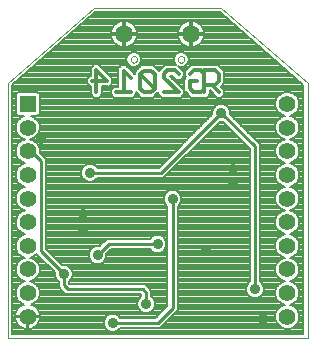
<source format=gbl>
G75*
G70*
%OFA0B0*%
%FSLAX24Y24*%
%IPPOS*%
%LPD*%
%AMOC8*
5,1,8,0,0,1.08239X$1,22.5*
%
%ADD10C,0.0000*%
%ADD11C,0.0560*%
%ADD12R,0.0560X0.0560*%
%ADD13C,0.0594*%
%ADD14C,0.0120*%
%ADD15C,0.0080*%
%ADD16C,0.0357*%
%ADD17C,0.0100*%
D10*
X000645Y000524D02*
X000645Y009019D01*
X003520Y011524D01*
X007770Y011524D01*
X010645Y009019D01*
X010645Y000524D01*
X000645Y000524D01*
X004750Y009803D02*
X004752Y009823D01*
X004758Y009843D01*
X004767Y009861D01*
X004780Y009878D01*
X004795Y009891D01*
X004813Y009901D01*
X004833Y009908D01*
X004853Y009911D01*
X004873Y009910D01*
X004893Y009905D01*
X004912Y009897D01*
X004929Y009885D01*
X004943Y009870D01*
X004954Y009852D01*
X004962Y009833D01*
X004966Y009813D01*
X004966Y009793D01*
X004962Y009773D01*
X004954Y009754D01*
X004943Y009736D01*
X004929Y009721D01*
X004912Y009709D01*
X004893Y009701D01*
X004873Y009696D01*
X004853Y009695D01*
X004833Y009698D01*
X004813Y009705D01*
X004795Y009715D01*
X004780Y009728D01*
X004767Y009745D01*
X004758Y009763D01*
X004752Y009783D01*
X004750Y009803D01*
X006324Y009803D02*
X006326Y009823D01*
X006332Y009843D01*
X006341Y009861D01*
X006354Y009878D01*
X006369Y009891D01*
X006387Y009901D01*
X006407Y009908D01*
X006427Y009911D01*
X006447Y009910D01*
X006467Y009905D01*
X006486Y009897D01*
X006503Y009885D01*
X006517Y009870D01*
X006528Y009852D01*
X006536Y009833D01*
X006540Y009813D01*
X006540Y009793D01*
X006536Y009773D01*
X006528Y009754D01*
X006517Y009736D01*
X006503Y009721D01*
X006486Y009709D01*
X006467Y009701D01*
X006447Y009696D01*
X006427Y009695D01*
X006407Y009698D01*
X006387Y009705D01*
X006369Y009715D01*
X006354Y009728D01*
X006341Y009745D01*
X006332Y009763D01*
X006326Y009783D01*
X006324Y009803D01*
D11*
X009976Y008314D03*
X009976Y007527D03*
X009976Y006740D03*
X009976Y005952D03*
X009976Y005165D03*
X009976Y004377D03*
X009976Y003590D03*
X009976Y002803D03*
X009976Y002015D03*
X009976Y001228D03*
X001314Y001228D03*
X001314Y002015D03*
X001314Y002803D03*
X001314Y003590D03*
X001314Y004377D03*
X001314Y005165D03*
X001314Y005952D03*
X001314Y006740D03*
X001314Y007527D03*
D12*
X001314Y008314D03*
D13*
X004533Y010649D03*
X006757Y010649D03*
D14*
X006845Y009449D02*
X006725Y009329D01*
X006845Y009449D02*
X007085Y009449D01*
X007205Y009329D01*
X007205Y009449D01*
X007575Y009449D01*
X007695Y009329D01*
X007695Y009079D01*
X007575Y008959D01*
X007455Y008959D01*
X007695Y008709D01*
X007455Y008959D02*
X007205Y008959D01*
X007205Y009329D01*
X006965Y009079D02*
X006715Y009079D01*
X006715Y008839D01*
X006835Y008709D01*
X007085Y008709D01*
X007205Y008829D01*
X007205Y008709D01*
X007205Y008829D02*
X007205Y008959D01*
X006345Y008709D02*
X005855Y009189D01*
X005855Y009309D01*
X005855Y009319D02*
X005975Y009439D01*
X006215Y009439D01*
X006345Y009309D01*
X006345Y008709D02*
X005855Y008709D01*
X005545Y008829D02*
X005425Y008709D01*
X005185Y008709D01*
X005065Y008829D01*
X005065Y009309D01*
X005185Y009429D01*
X005425Y009429D01*
X005545Y009309D01*
X005545Y008829D01*
X005075Y009309D01*
X004755Y009187D02*
X004513Y009429D01*
X004513Y009422D02*
X004513Y008717D01*
X004273Y008709D02*
X004758Y008709D01*
X003963Y009079D02*
X003605Y009454D01*
X003605Y008709D01*
X003473Y009079D02*
X003963Y009079D01*
D15*
X004143Y009076D02*
X004143Y009005D01*
X004141Y009003D01*
X004141Y009000D01*
X004088Y008950D01*
X004037Y008899D01*
X004035Y008899D01*
X004033Y008897D01*
X003960Y008899D01*
X003785Y008899D01*
X003785Y008635D01*
X003680Y008529D01*
X003530Y008529D01*
X003425Y008635D01*
X003425Y008899D01*
X003398Y008899D01*
X003293Y009005D01*
X003293Y009154D01*
X003398Y009259D01*
X003425Y009259D01*
X003425Y009382D01*
X003423Y009384D01*
X003425Y009457D01*
X003425Y009529D01*
X003427Y009530D01*
X003427Y009533D01*
X003480Y009584D01*
X003530Y009634D01*
X003533Y009634D01*
X003535Y009636D01*
X003608Y009634D01*
X003680Y009634D01*
X003681Y009632D01*
X003684Y009632D01*
X003735Y009579D01*
X003785Y009529D01*
X003785Y009526D01*
X004092Y009204D01*
X004143Y009154D01*
X004143Y009151D01*
X004144Y009149D01*
X004143Y009076D01*
X004143Y009085D02*
X004333Y009085D01*
X004333Y009007D02*
X004143Y009007D01*
X004066Y008928D02*
X004333Y008928D01*
X004333Y008889D02*
X004198Y008889D01*
X004093Y008784D01*
X004093Y008635D01*
X004198Y008529D01*
X004832Y008529D01*
X004938Y008635D01*
X004938Y008702D01*
X004990Y008649D01*
X005110Y008529D01*
X005260Y008529D01*
X005500Y008529D01*
X005605Y008635D01*
X005671Y008701D01*
X005675Y008705D01*
X005675Y008635D01*
X005780Y008529D01*
X006272Y008529D01*
X006272Y008528D01*
X006345Y008529D01*
X006420Y008529D01*
X006420Y008530D01*
X006421Y008530D01*
X006473Y008582D01*
X006525Y008635D01*
X006525Y008636D01*
X006526Y008636D01*
X006525Y008709D01*
X006525Y008784D01*
X006524Y008784D01*
X006524Y008785D01*
X006472Y008837D01*
X006420Y008889D01*
X006418Y008889D01*
X006045Y009255D01*
X006050Y009259D01*
X006140Y009259D01*
X006270Y009129D01*
X006420Y009129D01*
X006525Y009235D01*
X006525Y009384D01*
X006395Y009514D01*
X006334Y009575D01*
X006383Y009554D01*
X006482Y009554D01*
X006573Y009592D01*
X006643Y009662D01*
X006681Y009753D01*
X006681Y009852D01*
X006643Y009943D01*
X006573Y010013D01*
X006482Y010051D01*
X006383Y010051D01*
X006292Y010013D01*
X006222Y009943D01*
X006184Y009852D01*
X006184Y009753D01*
X006222Y009662D01*
X006265Y009619D01*
X006050Y009619D01*
X005900Y009619D01*
X005695Y009414D01*
X005500Y009609D01*
X005350Y009609D01*
X005110Y009609D01*
X005005Y009504D01*
X004885Y009384D01*
X004885Y009311D01*
X004587Y009609D01*
X004438Y009609D01*
X004333Y009504D01*
X004333Y009496D01*
X004333Y008889D01*
X004159Y008850D02*
X003785Y008850D01*
X003785Y008771D02*
X004093Y008771D01*
X004093Y008693D02*
X003785Y008693D01*
X003765Y008614D02*
X004113Y008614D01*
X004192Y008536D02*
X003686Y008536D01*
X003524Y008536D02*
X001714Y008536D01*
X001714Y008614D02*
X003446Y008614D01*
X003425Y008693D02*
X001666Y008693D01*
X001644Y008714D02*
X000985Y008714D01*
X000914Y008644D01*
X000914Y007985D01*
X000985Y007914D01*
X001204Y007914D01*
X001088Y007866D01*
X000975Y007754D01*
X000914Y007607D01*
X000914Y007447D01*
X000975Y007300D01*
X001088Y007188D01*
X001220Y007133D01*
X001088Y007079D01*
X000975Y006966D01*
X000914Y006819D01*
X000914Y006660D01*
X000975Y006513D01*
X001088Y006401D01*
X001220Y006346D01*
X001088Y006291D01*
X000975Y006179D01*
X000914Y006032D01*
X000914Y005873D01*
X000975Y005726D01*
X001088Y005613D01*
X001220Y005559D01*
X001088Y005504D01*
X000975Y005391D01*
X000914Y005244D01*
X000914Y005085D01*
X000975Y004938D01*
X001088Y004826D01*
X001220Y004771D01*
X001088Y004716D01*
X000975Y004604D01*
X000914Y004457D01*
X000914Y004298D01*
X000975Y004151D01*
X001088Y004038D01*
X001220Y003984D01*
X001088Y003929D01*
X000975Y003817D01*
X000914Y003670D01*
X000914Y003510D01*
X000975Y003363D01*
X001088Y003251D01*
X001220Y003196D01*
X001088Y003142D01*
X000975Y003029D01*
X000914Y002882D01*
X000914Y002723D01*
X000975Y002576D01*
X001088Y002464D01*
X001220Y002409D01*
X001088Y002354D01*
X000975Y002242D01*
X000914Y002095D01*
X000914Y001936D01*
X000975Y001789D01*
X001088Y001676D01*
X001196Y001631D01*
X001153Y001617D01*
X001094Y001587D01*
X001041Y001548D01*
X000994Y001501D01*
X000955Y001448D01*
X000925Y001389D01*
X000905Y001326D01*
X000894Y001261D01*
X000894Y001257D01*
X001285Y001257D01*
X001285Y001199D01*
X000894Y001199D01*
X000894Y001195D01*
X000905Y001129D01*
X000925Y001067D01*
X000955Y001008D01*
X000994Y000954D01*
X001041Y000907D01*
X001094Y000869D01*
X001153Y000839D01*
X001216Y000818D01*
X001281Y000808D01*
X001285Y000808D01*
X001285Y001199D01*
X001343Y001199D01*
X001343Y000808D01*
X001347Y000808D01*
X001413Y000818D01*
X001476Y000839D01*
X001534Y000869D01*
X001588Y000907D01*
X001635Y000954D01*
X001674Y001008D01*
X001704Y001067D01*
X001724Y001129D01*
X001734Y001195D01*
X001734Y001199D01*
X001343Y001199D01*
X001343Y001257D01*
X001734Y001257D01*
X001734Y001261D01*
X001724Y001326D01*
X001704Y001389D01*
X001674Y001448D01*
X001635Y001501D01*
X001588Y001548D01*
X001534Y001587D01*
X001476Y001617D01*
X001432Y001631D01*
X001541Y001676D01*
X001653Y001789D01*
X001714Y001936D01*
X001714Y002095D01*
X002459Y002095D01*
X002475Y002079D02*
X002575Y001979D01*
X005075Y001979D01*
X005100Y001954D01*
X005100Y001901D01*
X005017Y001818D01*
X004972Y001708D01*
X004972Y001590D01*
X005017Y001480D01*
X005101Y001396D01*
X005211Y001351D01*
X005329Y001351D01*
X005439Y001396D01*
X005523Y001480D01*
X005568Y001590D01*
X005568Y001708D01*
X005523Y001818D01*
X005440Y001901D01*
X005440Y001954D01*
X005440Y002094D01*
X005315Y002219D01*
X005215Y002319D01*
X002715Y002319D01*
X002690Y002344D01*
X002690Y002397D01*
X002773Y002480D01*
X002818Y002590D01*
X002818Y002708D01*
X002773Y002818D01*
X002689Y002902D01*
X002579Y002947D01*
X002462Y002947D01*
X001940Y003469D01*
X001940Y006469D01*
X001840Y006569D01*
X001714Y006695D01*
X001714Y006819D01*
X001653Y006966D01*
X001541Y007079D01*
X001409Y007133D01*
X001541Y007188D01*
X001653Y007300D01*
X001714Y007447D01*
X001714Y007607D01*
X001653Y007754D01*
X001541Y007866D01*
X001424Y007914D01*
X001644Y007914D01*
X001714Y007985D01*
X001714Y008644D01*
X001644Y008714D01*
X001714Y008457D02*
X009602Y008457D01*
X009576Y008394D02*
X009637Y008541D01*
X009749Y008654D01*
X009896Y008714D01*
X010055Y008714D01*
X010202Y008654D01*
X010315Y008541D01*
X010376Y008394D01*
X010376Y008235D01*
X010315Y008088D01*
X010202Y007975D01*
X010070Y007921D01*
X010202Y007866D01*
X010315Y007754D01*
X010376Y007607D01*
X010376Y007447D01*
X010315Y007300D01*
X010202Y007188D01*
X010070Y007133D01*
X010202Y007079D01*
X010315Y006966D01*
X010376Y006819D01*
X010376Y006660D01*
X010315Y006513D01*
X010202Y006401D01*
X010070Y006346D01*
X010202Y006291D01*
X010315Y006179D01*
X010376Y006032D01*
X010376Y005873D01*
X010315Y005726D01*
X010202Y005613D01*
X010070Y005559D01*
X010202Y005504D01*
X010315Y005391D01*
X010376Y005244D01*
X010376Y005085D01*
X010315Y004938D01*
X010202Y004826D01*
X010070Y004771D01*
X010202Y004716D01*
X010315Y004604D01*
X010376Y004457D01*
X010376Y004298D01*
X010315Y004151D01*
X010202Y004038D01*
X010070Y003984D01*
X010202Y003929D01*
X010315Y003817D01*
X010376Y003670D01*
X010376Y003510D01*
X010315Y003363D01*
X010202Y003251D01*
X010070Y003196D01*
X010202Y003142D01*
X010315Y003029D01*
X010376Y002882D01*
X010376Y002723D01*
X010315Y002576D01*
X010202Y002464D01*
X010070Y002409D01*
X010202Y002354D01*
X010315Y002242D01*
X010376Y002095D01*
X010505Y002095D01*
X010505Y002174D02*
X010343Y002174D01*
X010376Y002095D02*
X010376Y001936D01*
X010315Y001789D01*
X010202Y001676D01*
X010070Y001621D01*
X010202Y001567D01*
X010315Y001454D01*
X010376Y001307D01*
X010376Y001148D01*
X010315Y001001D01*
X010202Y000889D01*
X010055Y000828D01*
X009896Y000828D01*
X009749Y000889D01*
X009637Y001001D01*
X009576Y001148D01*
X009576Y001307D01*
X009637Y001454D01*
X009749Y001567D01*
X009881Y001621D01*
X009749Y001676D01*
X009637Y001789D01*
X009576Y001936D01*
X009576Y002095D01*
X009193Y002095D01*
X009193Y002090D02*
X009193Y002208D01*
X009148Y002318D01*
X009065Y002401D01*
X009065Y006829D01*
X009065Y006969D01*
X008068Y007966D01*
X008068Y008083D01*
X008023Y008193D01*
X007939Y008277D01*
X007829Y008322D01*
X007711Y008322D01*
X007601Y008277D01*
X007517Y008193D01*
X007472Y008083D01*
X007472Y007966D01*
X005700Y006194D01*
X003647Y006194D01*
X003564Y006277D01*
X003454Y006322D01*
X003336Y006322D01*
X003226Y006277D01*
X003142Y006193D01*
X003097Y006083D01*
X003097Y005965D01*
X003142Y005855D01*
X003226Y005771D01*
X003336Y005726D01*
X003454Y005726D01*
X003564Y005771D01*
X003647Y005854D01*
X005700Y005854D01*
X005840Y005854D01*
X007712Y007726D01*
X007828Y007726D01*
X008725Y006829D01*
X008725Y002401D01*
X008642Y002318D01*
X008597Y002208D01*
X008597Y002090D01*
X008642Y001980D01*
X008726Y001896D01*
X008836Y001851D01*
X008954Y001851D01*
X009064Y001896D01*
X009148Y001980D01*
X009193Y002090D01*
X009163Y002016D02*
X009576Y002016D01*
X009576Y001938D02*
X009106Y001938D01*
X008975Y001859D02*
X009607Y001859D01*
X009644Y001781D02*
X006315Y001781D01*
X006315Y001859D02*
X008815Y001859D01*
X008684Y001938D02*
X006315Y001938D01*
X006315Y002016D02*
X008627Y002016D01*
X008597Y002095D02*
X006315Y002095D01*
X006315Y002174D02*
X008597Y002174D01*
X008615Y002252D02*
X006315Y002252D01*
X006315Y002331D02*
X008655Y002331D01*
X008725Y002409D02*
X006315Y002409D01*
X006315Y002488D02*
X008725Y002488D01*
X008725Y002566D02*
X006315Y002566D01*
X006315Y002645D02*
X008725Y002645D01*
X008725Y002723D02*
X006315Y002723D01*
X006315Y002802D02*
X008725Y002802D01*
X008725Y002880D02*
X006315Y002880D01*
X006315Y002959D02*
X008725Y002959D01*
X008725Y003037D02*
X006315Y003037D01*
X006315Y003116D02*
X008725Y003116D01*
X008725Y003195D02*
X006315Y003195D01*
X006315Y003273D02*
X008725Y003273D01*
X008725Y003352D02*
X006315Y003352D01*
X006315Y003430D02*
X008725Y003430D01*
X008725Y003509D02*
X006315Y003509D01*
X006315Y003587D02*
X008725Y003587D01*
X008725Y003666D02*
X006315Y003666D01*
X006315Y003744D02*
X008725Y003744D01*
X008725Y003823D02*
X006315Y003823D01*
X006315Y003901D02*
X008725Y003901D01*
X008725Y003980D02*
X006315Y003980D01*
X006315Y004059D02*
X008725Y004059D01*
X008725Y004137D02*
X006315Y004137D01*
X006315Y004216D02*
X008725Y004216D01*
X008725Y004294D02*
X006315Y004294D01*
X006315Y004373D02*
X008725Y004373D01*
X008725Y004451D02*
X006315Y004451D01*
X006315Y004530D02*
X008725Y004530D01*
X008725Y004608D02*
X006315Y004608D01*
X006315Y004687D02*
X008725Y004687D01*
X008725Y004765D02*
X006315Y004765D01*
X006315Y004844D02*
X008725Y004844D01*
X008725Y004923D02*
X006340Y004923D01*
X006315Y004897D02*
X006398Y004980D01*
X006443Y005090D01*
X006443Y005208D01*
X006398Y005318D01*
X006314Y005402D01*
X006204Y005447D01*
X006086Y005447D01*
X005976Y005402D01*
X005892Y005318D01*
X005847Y005208D01*
X005847Y005090D01*
X005892Y004980D01*
X005975Y004897D01*
X005975Y001594D01*
X005575Y001194D01*
X004397Y001194D01*
X004314Y001277D01*
X004204Y001322D01*
X004086Y001322D01*
X003976Y001277D01*
X003892Y001193D01*
X003847Y001083D01*
X003847Y000965D01*
X003892Y000855D01*
X003976Y000771D01*
X004086Y000726D01*
X004204Y000726D01*
X004314Y000771D01*
X004397Y000854D01*
X005715Y000854D01*
X005815Y000954D01*
X006315Y001454D01*
X006315Y001594D01*
X006315Y004897D01*
X006407Y005001D02*
X008725Y005001D01*
X008725Y005080D02*
X006439Y005080D01*
X006443Y005158D02*
X008725Y005158D01*
X008725Y005237D02*
X006432Y005237D01*
X006399Y005315D02*
X008725Y005315D01*
X008725Y005394D02*
X006322Y005394D01*
X005968Y005394D02*
X001940Y005394D01*
X001940Y005472D02*
X008725Y005472D01*
X008725Y005551D02*
X001940Y005551D01*
X001940Y005629D02*
X008725Y005629D01*
X008725Y005708D02*
X001940Y005708D01*
X001940Y005786D02*
X003211Y005786D01*
X003138Y005865D02*
X001940Y005865D01*
X001940Y005944D02*
X003105Y005944D01*
X003097Y006022D02*
X001940Y006022D01*
X001940Y006101D02*
X003104Y006101D01*
X003136Y006179D02*
X001940Y006179D01*
X001940Y006258D02*
X003207Y006258D01*
X003583Y006258D02*
X005763Y006258D01*
X005842Y006336D02*
X001940Y006336D01*
X001940Y006415D02*
X005920Y006415D01*
X005999Y006493D02*
X001916Y006493D01*
X001838Y006572D02*
X006077Y006572D01*
X006156Y006650D02*
X001759Y006650D01*
X001714Y006729D02*
X006235Y006729D01*
X006313Y006808D02*
X001714Y006808D01*
X001687Y006886D02*
X006392Y006886D01*
X006470Y006965D02*
X001654Y006965D01*
X001576Y007043D02*
X006549Y007043D01*
X006627Y007122D02*
X001437Y007122D01*
X001553Y007200D02*
X006706Y007200D01*
X006784Y007279D02*
X001632Y007279D01*
X001677Y007357D02*
X006863Y007357D01*
X006941Y007436D02*
X001709Y007436D01*
X001714Y007514D02*
X007020Y007514D01*
X007099Y007593D02*
X001714Y007593D01*
X001687Y007672D02*
X007177Y007672D01*
X007256Y007750D02*
X001655Y007750D01*
X001578Y007829D02*
X007334Y007829D01*
X007413Y007907D02*
X001442Y007907D01*
X001187Y007907D02*
X000785Y007907D01*
X000785Y007829D02*
X001050Y007829D01*
X000974Y007750D02*
X000785Y007750D01*
X000785Y007672D02*
X000941Y007672D01*
X000914Y007593D02*
X000785Y007593D01*
X000785Y007514D02*
X000914Y007514D01*
X000919Y007436D02*
X000785Y007436D01*
X000785Y007357D02*
X000952Y007357D01*
X000997Y007279D02*
X000785Y007279D01*
X000785Y007200D02*
X001075Y007200D01*
X001192Y007122D02*
X000785Y007122D01*
X000785Y007043D02*
X001052Y007043D01*
X000975Y006965D02*
X000785Y006965D01*
X000785Y006886D02*
X000942Y006886D01*
X000914Y006808D02*
X000785Y006808D01*
X000785Y006729D02*
X000914Y006729D01*
X000918Y006650D02*
X000785Y006650D01*
X000785Y006572D02*
X000951Y006572D01*
X000995Y006493D02*
X000785Y006493D01*
X000785Y006415D02*
X001073Y006415D01*
X001196Y006336D02*
X000785Y006336D01*
X000785Y006258D02*
X001054Y006258D01*
X000976Y006179D02*
X000785Y006179D01*
X000785Y006101D02*
X000943Y006101D01*
X000914Y006022D02*
X000785Y006022D01*
X000785Y005944D02*
X000914Y005944D01*
X000917Y005865D02*
X000785Y005865D01*
X000785Y005786D02*
X000950Y005786D01*
X000993Y005708D02*
X000785Y005708D01*
X000785Y005629D02*
X001071Y005629D01*
X001201Y005551D02*
X000785Y005551D01*
X000785Y005472D02*
X001056Y005472D01*
X000978Y005394D02*
X000785Y005394D01*
X000785Y005315D02*
X000944Y005315D01*
X000914Y005237D02*
X000785Y005237D01*
X000785Y005158D02*
X000914Y005158D01*
X000917Y005080D02*
X000785Y005080D01*
X000785Y005001D02*
X000949Y005001D01*
X000991Y004923D02*
X000785Y004923D01*
X000785Y004844D02*
X001069Y004844D01*
X001058Y004687D02*
X000785Y004687D01*
X000785Y004765D02*
X001206Y004765D01*
X000980Y004608D02*
X000785Y004608D01*
X000785Y004530D02*
X000945Y004530D01*
X000914Y004451D02*
X000785Y004451D01*
X000785Y004373D02*
X000914Y004373D01*
X000916Y004294D02*
X000785Y004294D01*
X000785Y004216D02*
X000948Y004216D01*
X000989Y004137D02*
X000785Y004137D01*
X000785Y004059D02*
X001068Y004059D01*
X001211Y003980D02*
X000785Y003980D01*
X000785Y003901D02*
X001060Y003901D01*
X000982Y003823D02*
X000785Y003823D01*
X000785Y003744D02*
X000945Y003744D01*
X000914Y003666D02*
X000785Y003666D01*
X000785Y003587D02*
X000914Y003587D01*
X000915Y003509D02*
X000785Y003509D01*
X000785Y003430D02*
X000948Y003430D01*
X000987Y003352D02*
X000785Y003352D01*
X000785Y003273D02*
X001066Y003273D01*
X001062Y003116D02*
X000785Y003116D01*
X000785Y003037D02*
X000984Y003037D01*
X000946Y002959D02*
X000785Y002959D01*
X000785Y002880D02*
X000914Y002880D01*
X000914Y002802D02*
X000785Y002802D01*
X000785Y002723D02*
X000914Y002723D01*
X000947Y002645D02*
X000785Y002645D01*
X000785Y002566D02*
X000985Y002566D01*
X001064Y002488D02*
X000785Y002488D01*
X000785Y002409D02*
X001219Y002409D01*
X001064Y002331D02*
X000785Y002331D01*
X000785Y002252D02*
X000985Y002252D01*
X000947Y002174D02*
X000785Y002174D01*
X000785Y002095D02*
X000914Y002095D01*
X000914Y002016D02*
X000785Y002016D01*
X000785Y001938D02*
X000914Y001938D01*
X000946Y001859D02*
X000785Y001859D01*
X000785Y001781D02*
X000983Y001781D01*
X001062Y001702D02*
X000785Y001702D01*
X000785Y001624D02*
X001174Y001624D01*
X001038Y001545D02*
X000785Y001545D01*
X000785Y001467D02*
X000969Y001467D01*
X000925Y001388D02*
X000785Y001388D01*
X000785Y001310D02*
X000902Y001310D01*
X000785Y001231D02*
X001285Y001231D01*
X001343Y001231D02*
X003930Y001231D01*
X003875Y001152D02*
X001728Y001152D01*
X001706Y001074D02*
X003847Y001074D01*
X003847Y000995D02*
X001665Y000995D01*
X001597Y000917D02*
X003866Y000917D01*
X003909Y000838D02*
X001474Y000838D01*
X001343Y000838D02*
X001285Y000838D01*
X001285Y000917D02*
X001343Y000917D01*
X001343Y000995D02*
X001285Y000995D01*
X001285Y001074D02*
X001343Y001074D01*
X001343Y001152D02*
X001285Y001152D01*
X001154Y000838D02*
X000785Y000838D01*
X000785Y000760D02*
X004003Y000760D01*
X004287Y000760D02*
X010505Y000760D01*
X010505Y000838D02*
X010080Y000838D01*
X010230Y000917D02*
X010505Y000917D01*
X010505Y000995D02*
X010309Y000995D01*
X010345Y001074D02*
X010505Y001074D01*
X010505Y001152D02*
X010376Y001152D01*
X010376Y001231D02*
X010505Y001231D01*
X010505Y001310D02*
X010375Y001310D01*
X010342Y001388D02*
X010505Y001388D01*
X010505Y001467D02*
X010303Y001467D01*
X010224Y001545D02*
X010505Y001545D01*
X010505Y001624D02*
X010076Y001624D01*
X010228Y001702D02*
X010505Y001702D01*
X010505Y001781D02*
X010307Y001781D01*
X010344Y001859D02*
X010505Y001859D01*
X010505Y001938D02*
X010376Y001938D01*
X010376Y002016D02*
X010505Y002016D01*
X010505Y002252D02*
X010305Y002252D01*
X010226Y002331D02*
X010505Y002331D01*
X010505Y002409D02*
X010071Y002409D01*
X010226Y002488D02*
X010505Y002488D01*
X010505Y002566D02*
X010305Y002566D01*
X010343Y002645D02*
X010505Y002645D01*
X010505Y002723D02*
X010376Y002723D01*
X010376Y002802D02*
X010505Y002802D01*
X010505Y002880D02*
X010376Y002880D01*
X010344Y002959D02*
X010505Y002959D01*
X010505Y003037D02*
X010307Y003037D01*
X010228Y003116D02*
X010505Y003116D01*
X010505Y003195D02*
X010075Y003195D01*
X010224Y003273D02*
X010505Y003273D01*
X010505Y003352D02*
X010303Y003352D01*
X010342Y003430D02*
X010505Y003430D01*
X010505Y003509D02*
X010375Y003509D01*
X010376Y003587D02*
X010505Y003587D01*
X010505Y003666D02*
X010376Y003666D01*
X010345Y003744D02*
X010505Y003744D01*
X010505Y003823D02*
X010309Y003823D01*
X010230Y003901D02*
X010505Y003901D01*
X010505Y003980D02*
X010079Y003980D01*
X010223Y004059D02*
X010505Y004059D01*
X010505Y004137D02*
X010301Y004137D01*
X010342Y004216D02*
X010505Y004216D01*
X010505Y004294D02*
X010374Y004294D01*
X010376Y004373D02*
X010505Y004373D01*
X010505Y004451D02*
X010376Y004451D01*
X010346Y004530D02*
X010505Y004530D01*
X010505Y004608D02*
X010310Y004608D01*
X010232Y004687D02*
X010505Y004687D01*
X010505Y004765D02*
X010084Y004765D01*
X010221Y004844D02*
X010505Y004844D01*
X010505Y004923D02*
X010299Y004923D01*
X010341Y005001D02*
X010505Y005001D01*
X010505Y005080D02*
X010373Y005080D01*
X010376Y005158D02*
X010505Y005158D01*
X010505Y005237D02*
X010376Y005237D01*
X010346Y005315D02*
X010505Y005315D01*
X010505Y005394D02*
X010312Y005394D01*
X010234Y005472D02*
X010505Y005472D01*
X010505Y005551D02*
X010089Y005551D01*
X010219Y005629D02*
X010505Y005629D01*
X010505Y005708D02*
X010297Y005708D01*
X010340Y005786D02*
X010505Y005786D01*
X010505Y005865D02*
X010373Y005865D01*
X010376Y005944D02*
X010505Y005944D01*
X010505Y006022D02*
X010376Y006022D01*
X010347Y006101D02*
X010505Y006101D01*
X010505Y006179D02*
X010314Y006179D01*
X010236Y006258D02*
X010505Y006258D01*
X010505Y006336D02*
X010094Y006336D01*
X010217Y006415D02*
X010505Y006415D01*
X010505Y006493D02*
X010295Y006493D01*
X010339Y006572D02*
X010505Y006572D01*
X010505Y006650D02*
X010372Y006650D01*
X010376Y006729D02*
X010505Y006729D01*
X010505Y006808D02*
X010376Y006808D01*
X010348Y006886D02*
X010505Y006886D01*
X010505Y006965D02*
X010315Y006965D01*
X010238Y007043D02*
X010505Y007043D01*
X010505Y007122D02*
X010098Y007122D01*
X010215Y007200D02*
X010505Y007200D01*
X010505Y007279D02*
X010293Y007279D01*
X010338Y007357D02*
X010505Y007357D01*
X010505Y007436D02*
X010371Y007436D01*
X010376Y007514D02*
X010505Y007514D01*
X010505Y007593D02*
X010376Y007593D01*
X010349Y007672D02*
X010505Y007672D01*
X010505Y007750D02*
X010316Y007750D01*
X010240Y007829D02*
X010505Y007829D01*
X010505Y007907D02*
X010103Y007907D01*
X010213Y007986D02*
X010505Y007986D01*
X010505Y008064D02*
X010291Y008064D01*
X010338Y008143D02*
X010505Y008143D01*
X010505Y008221D02*
X010370Y008221D01*
X010376Y008300D02*
X010505Y008300D01*
X010505Y008378D02*
X010376Y008378D01*
X010350Y008457D02*
X010505Y008457D01*
X010505Y008536D02*
X010317Y008536D01*
X010242Y008614D02*
X010505Y008614D01*
X010505Y008693D02*
X010108Y008693D01*
X009844Y008693D02*
X007875Y008693D01*
X007873Y008631D02*
X007876Y008780D01*
X007766Y008895D01*
X007875Y009005D01*
X007875Y009154D01*
X007875Y009404D01*
X007770Y009509D01*
X007650Y009629D01*
X007500Y009629D01*
X007130Y009629D01*
X006920Y009629D01*
X006770Y009629D01*
X006545Y009404D01*
X006545Y009255D01*
X006591Y009209D01*
X006535Y009154D01*
X006535Y008843D01*
X006532Y008772D01*
X006535Y008769D01*
X006535Y008765D01*
X006585Y008715D01*
X006655Y008639D01*
X006655Y008635D01*
X006705Y008585D01*
X006753Y008532D01*
X006758Y008532D01*
X006760Y008529D01*
X006831Y008529D01*
X006902Y008526D01*
X006905Y008529D01*
X007010Y008529D01*
X007130Y008529D01*
X007280Y008529D01*
X007385Y008635D01*
X007385Y008772D01*
X007617Y008531D01*
X007766Y008528D01*
X007873Y008631D01*
X007856Y008614D02*
X009710Y008614D01*
X009634Y008536D02*
X007774Y008536D01*
X007612Y008536D02*
X007286Y008536D01*
X007365Y008614D02*
X007537Y008614D01*
X007461Y008693D02*
X007385Y008693D01*
X007385Y008771D02*
X007386Y008771D01*
X007810Y008850D02*
X010505Y008850D01*
X010505Y008928D02*
X007799Y008928D01*
X007875Y009007D02*
X010446Y009007D01*
X010505Y008955D02*
X010505Y000664D01*
X000785Y000664D01*
X000785Y008955D01*
X003572Y011384D01*
X007718Y011384D01*
X010505Y008955D01*
X010505Y008771D02*
X007876Y008771D01*
X007875Y009085D02*
X010356Y009085D01*
X010266Y009164D02*
X007875Y009164D01*
X007875Y009242D02*
X010176Y009242D01*
X010086Y009321D02*
X007875Y009321D01*
X007875Y009399D02*
X009995Y009399D01*
X009905Y009478D02*
X007801Y009478D01*
X007722Y009557D02*
X009815Y009557D01*
X009725Y009635D02*
X006616Y009635D01*
X006664Y009714D02*
X009635Y009714D01*
X009545Y009792D02*
X006681Y009792D01*
X006673Y009871D02*
X009455Y009871D01*
X009364Y009949D02*
X006637Y009949D01*
X006537Y010028D02*
X009274Y010028D01*
X009184Y010106D02*
X002106Y010106D01*
X002016Y010028D02*
X004753Y010028D01*
X004717Y010013D02*
X004808Y010051D01*
X004907Y010051D01*
X004998Y010013D01*
X005068Y009943D01*
X005106Y009852D01*
X005106Y009753D01*
X005068Y009662D01*
X004998Y009592D01*
X004907Y009554D01*
X004808Y009554D01*
X004717Y009592D01*
X004647Y009662D01*
X004609Y009753D01*
X004609Y009852D01*
X004647Y009943D01*
X004717Y010013D01*
X004653Y009949D02*
X001926Y009949D01*
X001835Y009871D02*
X004617Y009871D01*
X004609Y009792D02*
X001745Y009792D01*
X001655Y009714D02*
X004626Y009714D01*
X004674Y009635D02*
X003563Y009635D01*
X003534Y009635D02*
X001565Y009635D01*
X001475Y009557D02*
X003452Y009557D01*
X003425Y009478D02*
X001385Y009478D01*
X001295Y009399D02*
X003424Y009399D01*
X003425Y009321D02*
X001204Y009321D01*
X001114Y009242D02*
X003381Y009242D01*
X003303Y009164D02*
X001024Y009164D01*
X000934Y009085D02*
X003293Y009085D01*
X003293Y009007D02*
X000844Y009007D01*
X000785Y008928D02*
X003369Y008928D01*
X003425Y008850D02*
X000785Y008850D01*
X000785Y008771D02*
X003425Y008771D01*
X003981Y009321D02*
X004333Y009321D01*
X004333Y009399D02*
X003906Y009399D01*
X003831Y009478D02*
X004333Y009478D01*
X004333Y009496D02*
X004333Y009496D01*
X004386Y009557D02*
X003757Y009557D01*
X004056Y009242D02*
X004333Y009242D01*
X004333Y009164D02*
X004132Y009164D01*
X004640Y009557D02*
X004803Y009557D01*
X004912Y009557D02*
X005058Y009557D01*
X005041Y009635D02*
X006249Y009635D01*
X006201Y009714D02*
X005089Y009714D01*
X005106Y009792D02*
X006184Y009792D01*
X006192Y009871D02*
X005098Y009871D01*
X005062Y009949D02*
X006228Y009949D01*
X006327Y010028D02*
X004963Y010028D01*
X004762Y010275D02*
X004701Y010244D01*
X004635Y010223D01*
X004573Y010213D01*
X004573Y010609D01*
X004573Y010689D01*
X004969Y010689D01*
X004959Y010751D01*
X004938Y010817D01*
X004906Y010878D01*
X004866Y010934D01*
X004817Y010982D01*
X004762Y011023D01*
X004701Y011054D01*
X004635Y011075D01*
X004573Y011085D01*
X004573Y010689D01*
X004493Y010689D01*
X004493Y011085D01*
X004431Y011075D01*
X004365Y011054D01*
X004304Y011023D01*
X004248Y010982D01*
X004200Y010934D01*
X004159Y010878D01*
X004128Y010817D01*
X004107Y010751D01*
X004097Y010689D01*
X004493Y010689D01*
X004493Y010609D01*
X004573Y010609D01*
X004969Y010609D01*
X004959Y010547D01*
X004938Y010481D01*
X004906Y010420D01*
X004866Y010364D01*
X004817Y010316D01*
X004762Y010275D01*
X004738Y010263D02*
X006552Y010263D01*
X006528Y010275D02*
X006590Y010244D01*
X006655Y010223D01*
X006717Y010213D01*
X006717Y010609D01*
X006321Y010609D01*
X006331Y010547D01*
X006352Y010481D01*
X006384Y010420D01*
X006424Y010364D01*
X006473Y010316D01*
X006528Y010275D01*
X006446Y010342D02*
X004844Y010342D01*
X004907Y010421D02*
X006383Y010421D01*
X006347Y010499D02*
X004943Y010499D01*
X004964Y010578D02*
X006326Y010578D01*
X006321Y010689D02*
X006717Y010689D01*
X006717Y010609D01*
X006797Y010609D01*
X006797Y010213D01*
X006860Y010223D01*
X006925Y010244D01*
X006986Y010275D01*
X007042Y010316D01*
X007090Y010364D01*
X007131Y010420D01*
X007162Y010481D01*
X007183Y010547D01*
X007193Y010609D01*
X006797Y010609D01*
X006797Y010689D01*
X006717Y010689D01*
X006717Y011085D01*
X006655Y011075D01*
X006590Y011054D01*
X006528Y011023D01*
X006473Y010982D01*
X006424Y010934D01*
X006384Y010878D01*
X006352Y010817D01*
X006331Y010751D01*
X006321Y010689D01*
X006329Y010735D02*
X004962Y010735D01*
X004939Y010813D02*
X006351Y010813D01*
X006394Y010892D02*
X004896Y010892D01*
X004829Y010970D02*
X006461Y010970D01*
X006580Y011049D02*
X004710Y011049D01*
X004573Y011049D02*
X004493Y011049D01*
X004493Y010970D02*
X004573Y010970D01*
X004573Y010892D02*
X004493Y010892D01*
X004493Y010813D02*
X004573Y010813D01*
X004573Y010735D02*
X004493Y010735D01*
X004493Y010656D02*
X002737Y010656D01*
X002647Y010578D02*
X004102Y010578D01*
X004097Y010609D02*
X004107Y010547D01*
X004128Y010481D01*
X004159Y010420D01*
X004200Y010364D01*
X004248Y010316D01*
X004304Y010275D01*
X004365Y010244D01*
X004431Y010223D01*
X004493Y010213D01*
X004493Y010609D01*
X004097Y010609D01*
X004122Y010499D02*
X002557Y010499D01*
X002467Y010421D02*
X004159Y010421D01*
X004222Y010342D02*
X002376Y010342D01*
X002286Y010263D02*
X004327Y010263D01*
X004493Y010263D02*
X004573Y010263D01*
X004573Y010342D02*
X004493Y010342D01*
X004493Y010421D02*
X004573Y010421D01*
X004573Y010499D02*
X004493Y010499D01*
X004493Y010578D02*
X004573Y010578D01*
X004573Y010656D02*
X006717Y010656D01*
X006717Y010578D02*
X006797Y010578D01*
X006797Y010656D02*
X008553Y010656D01*
X008643Y010578D02*
X007188Y010578D01*
X007168Y010499D02*
X008733Y010499D01*
X008823Y010421D02*
X007131Y010421D01*
X007068Y010342D02*
X008914Y010342D01*
X009004Y010263D02*
X006963Y010263D01*
X006797Y010263D02*
X006717Y010263D01*
X006717Y010342D02*
X006797Y010342D01*
X006797Y010421D02*
X006717Y010421D01*
X006717Y010499D02*
X006797Y010499D01*
X006797Y010689D02*
X007193Y010689D01*
X007183Y010751D01*
X007162Y010817D01*
X007131Y010878D01*
X007090Y010934D01*
X007042Y010982D01*
X006986Y011023D01*
X006925Y011054D01*
X006860Y011075D01*
X006797Y011085D01*
X006797Y010689D01*
X006797Y010735D02*
X006717Y010735D01*
X006717Y010813D02*
X006797Y010813D01*
X006797Y010892D02*
X006717Y010892D01*
X006717Y010970D02*
X006797Y010970D01*
X006797Y011049D02*
X006717Y011049D01*
X006935Y011049D02*
X008102Y011049D01*
X008012Y011127D02*
X003278Y011127D01*
X003188Y011049D02*
X004355Y011049D01*
X004236Y010970D02*
X003098Y010970D01*
X003007Y010892D02*
X004169Y010892D01*
X004127Y010813D02*
X002917Y010813D01*
X002827Y010735D02*
X004104Y010735D01*
X003548Y011363D02*
X007742Y011363D01*
X007832Y011285D02*
X003458Y011285D01*
X003368Y011206D02*
X007922Y011206D01*
X008192Y010970D02*
X007054Y010970D01*
X007121Y010892D02*
X008283Y010892D01*
X008373Y010813D02*
X007163Y010813D01*
X007186Y010735D02*
X008463Y010735D01*
X009094Y010185D02*
X002196Y010185D01*
X000963Y008693D02*
X000785Y008693D01*
X000785Y008614D02*
X000914Y008614D01*
X000914Y008536D02*
X000785Y008536D01*
X000785Y008457D02*
X000914Y008457D01*
X000914Y008378D02*
X000785Y008378D01*
X000785Y008300D02*
X000914Y008300D01*
X000914Y008221D02*
X000785Y008221D01*
X000785Y008143D02*
X000914Y008143D01*
X000914Y008064D02*
X000785Y008064D01*
X000785Y007986D02*
X000914Y007986D01*
X001714Y007986D02*
X007472Y007986D01*
X007472Y008064D02*
X001714Y008064D01*
X001714Y008143D02*
X007496Y008143D01*
X007545Y008221D02*
X001714Y008221D01*
X001714Y008300D02*
X007656Y008300D01*
X007884Y008300D02*
X009576Y008300D01*
X009576Y008235D02*
X009637Y008088D01*
X009749Y007975D01*
X009881Y007921D01*
X009749Y007866D01*
X009637Y007754D01*
X009576Y007607D01*
X009576Y007447D01*
X009637Y007300D01*
X009749Y007188D01*
X009881Y007133D01*
X009749Y007079D01*
X009637Y006966D01*
X009576Y006819D01*
X009576Y006660D01*
X009637Y006513D01*
X009749Y006401D01*
X009881Y006346D01*
X009749Y006291D01*
X009637Y006179D01*
X009065Y006179D01*
X009065Y006101D02*
X009604Y006101D01*
X009576Y006032D02*
X009576Y005873D01*
X009637Y005726D01*
X009749Y005613D01*
X009881Y005559D01*
X009749Y005504D01*
X009637Y005391D01*
X009576Y005244D01*
X009576Y005085D01*
X009637Y004938D01*
X009749Y004826D01*
X009881Y004771D01*
X009749Y004716D01*
X009637Y004604D01*
X009576Y004457D01*
X009576Y004298D01*
X009637Y004151D01*
X009749Y004038D01*
X009881Y003984D01*
X009749Y003929D01*
X009637Y003817D01*
X009576Y003670D01*
X009576Y003510D01*
X009637Y003363D01*
X009749Y003251D01*
X009881Y003196D01*
X009749Y003142D01*
X009637Y003029D01*
X009576Y002882D01*
X009576Y002723D01*
X009637Y002576D01*
X009749Y002464D01*
X009881Y002409D01*
X009749Y002354D01*
X009637Y002242D01*
X009576Y002095D01*
X009608Y002174D02*
X009193Y002174D01*
X009175Y002252D02*
X009647Y002252D01*
X009725Y002331D02*
X009136Y002331D01*
X009065Y002409D02*
X009880Y002409D01*
X009725Y002488D02*
X009065Y002488D01*
X009065Y002566D02*
X009646Y002566D01*
X009608Y002645D02*
X009065Y002645D01*
X009065Y002723D02*
X009576Y002723D01*
X009576Y002802D02*
X009065Y002802D01*
X009065Y002880D02*
X009576Y002880D01*
X009608Y002959D02*
X009065Y002959D01*
X009065Y003037D02*
X009645Y003037D01*
X009723Y003116D02*
X009065Y003116D01*
X009065Y003195D02*
X009877Y003195D01*
X009727Y003273D02*
X009065Y003273D01*
X009065Y003352D02*
X009648Y003352D01*
X009609Y003430D02*
X009065Y003430D01*
X009065Y003509D02*
X009576Y003509D01*
X009576Y003587D02*
X009065Y003587D01*
X009065Y003666D02*
X009576Y003666D01*
X009607Y003744D02*
X009065Y003744D01*
X009065Y003823D02*
X009643Y003823D01*
X009721Y003901D02*
X009065Y003901D01*
X009065Y003980D02*
X009872Y003980D01*
X009729Y004059D02*
X009065Y004059D01*
X009065Y004137D02*
X009650Y004137D01*
X009610Y004216D02*
X009065Y004216D01*
X009065Y004294D02*
X009577Y004294D01*
X009576Y004373D02*
X009065Y004373D01*
X009065Y004451D02*
X009576Y004451D01*
X009606Y004530D02*
X009065Y004530D01*
X009065Y004608D02*
X009641Y004608D01*
X009720Y004687D02*
X009065Y004687D01*
X009065Y004765D02*
X009867Y004765D01*
X009731Y004844D02*
X009065Y004844D01*
X009065Y004923D02*
X009652Y004923D01*
X009611Y005001D02*
X009065Y005001D01*
X009065Y005080D02*
X009578Y005080D01*
X009576Y005158D02*
X009065Y005158D01*
X009065Y005237D02*
X009576Y005237D01*
X009605Y005315D02*
X009065Y005315D01*
X009065Y005394D02*
X009639Y005394D01*
X009718Y005472D02*
X009065Y005472D01*
X009065Y005551D02*
X009863Y005551D01*
X009733Y005629D02*
X009065Y005629D01*
X009065Y005708D02*
X009654Y005708D01*
X009611Y005786D02*
X009065Y005786D01*
X009065Y005865D02*
X009579Y005865D01*
X009576Y005944D02*
X009065Y005944D01*
X009065Y006022D02*
X009576Y006022D01*
X009576Y006032D02*
X009637Y006179D01*
X009716Y006258D02*
X009065Y006258D01*
X009065Y006336D02*
X009858Y006336D01*
X009735Y006415D02*
X009065Y006415D01*
X009065Y006493D02*
X009656Y006493D01*
X009612Y006572D02*
X009065Y006572D01*
X009065Y006650D02*
X009580Y006650D01*
X009576Y006729D02*
X009065Y006729D01*
X009065Y006808D02*
X009576Y006808D01*
X009603Y006886D02*
X009065Y006886D01*
X009065Y006965D02*
X009636Y006965D01*
X009714Y007043D02*
X008991Y007043D01*
X008913Y007122D02*
X009853Y007122D01*
X009737Y007200D02*
X008834Y007200D01*
X008756Y007279D02*
X009658Y007279D01*
X009613Y007357D02*
X008677Y007357D01*
X008599Y007436D02*
X009581Y007436D01*
X009576Y007514D02*
X008520Y007514D01*
X008441Y007593D02*
X009576Y007593D01*
X009603Y007672D02*
X008363Y007672D01*
X008284Y007750D02*
X009635Y007750D01*
X009712Y007829D02*
X008206Y007829D01*
X008127Y007907D02*
X009848Y007907D01*
X009739Y007986D02*
X008068Y007986D01*
X008068Y008064D02*
X009660Y008064D01*
X009614Y008143D02*
X008044Y008143D01*
X007995Y008221D02*
X009581Y008221D01*
X009576Y008235D02*
X009576Y008394D01*
X009576Y008378D02*
X001714Y008378D01*
X003579Y005786D02*
X008725Y005786D01*
X008725Y005865D02*
X005851Y005865D01*
X005930Y005944D02*
X008725Y005944D01*
X008725Y006022D02*
X006008Y006022D01*
X006087Y006101D02*
X008725Y006101D01*
X008725Y006179D02*
X006166Y006179D01*
X006244Y006258D02*
X008725Y006258D01*
X008725Y006336D02*
X006323Y006336D01*
X006401Y006415D02*
X008725Y006415D01*
X008725Y006493D02*
X006480Y006493D01*
X006558Y006572D02*
X008725Y006572D01*
X008725Y006650D02*
X006637Y006650D01*
X006715Y006729D02*
X008725Y006729D01*
X008725Y006808D02*
X006794Y006808D01*
X006872Y006886D02*
X008668Y006886D01*
X008589Y006965D02*
X006951Y006965D01*
X007030Y007043D02*
X008511Y007043D01*
X008432Y007122D02*
X007108Y007122D01*
X007187Y007200D02*
X008353Y007200D01*
X008275Y007279D02*
X007265Y007279D01*
X007344Y007357D02*
X008196Y007357D01*
X008118Y007436D02*
X007422Y007436D01*
X007501Y007514D02*
X008039Y007514D01*
X007961Y007593D02*
X007579Y007593D01*
X007658Y007672D02*
X007882Y007672D01*
X006750Y008536D02*
X006427Y008536D01*
X006504Y008614D02*
X006676Y008614D01*
X006605Y008693D02*
X006525Y008693D01*
X006525Y008771D02*
X006533Y008771D01*
X006535Y008850D02*
X006459Y008850D01*
X006535Y008928D02*
X006379Y008928D01*
X006298Y009007D02*
X006535Y009007D01*
X006535Y009085D02*
X006218Y009085D01*
X006236Y009164D02*
X006138Y009164D01*
X006157Y009242D02*
X006058Y009242D01*
X005759Y009478D02*
X005631Y009478D01*
X005552Y009557D02*
X005838Y009557D01*
X006352Y009557D02*
X006378Y009557D01*
X006431Y009478D02*
X006619Y009478D01*
X006545Y009399D02*
X006509Y009399D01*
X006525Y009321D02*
X006545Y009321D01*
X006557Y009242D02*
X006525Y009242D01*
X006545Y009164D02*
X006454Y009164D01*
X006487Y009557D02*
X006698Y009557D01*
X005675Y008693D02*
X005663Y008693D01*
X005605Y008635D02*
X005605Y008635D01*
X005585Y008614D02*
X005696Y008614D01*
X005774Y008536D02*
X005506Y008536D01*
X005104Y008536D02*
X004839Y008536D01*
X004917Y008614D02*
X005026Y008614D01*
X004947Y008693D02*
X004938Y008693D01*
X004885Y009321D02*
X004875Y009321D01*
X004901Y009399D02*
X004797Y009399D01*
X004718Y009478D02*
X004979Y009478D01*
X005891Y005315D02*
X001940Y005315D01*
X001940Y005237D02*
X005858Y005237D01*
X005847Y005158D02*
X001940Y005158D01*
X001940Y005080D02*
X005851Y005080D01*
X005883Y005001D02*
X001940Y005001D01*
X001940Y004923D02*
X005950Y004923D01*
X005975Y004844D02*
X001940Y004844D01*
X001940Y004765D02*
X005975Y004765D01*
X005975Y004687D02*
X001940Y004687D01*
X001940Y004608D02*
X005975Y004608D01*
X005975Y004530D02*
X001940Y004530D01*
X001940Y004451D02*
X005975Y004451D01*
X005975Y004373D02*
X001940Y004373D01*
X001940Y004294D02*
X005975Y004294D01*
X005975Y004216D02*
X001940Y004216D01*
X001940Y004137D02*
X005975Y004137D01*
X005975Y004059D02*
X001940Y004059D01*
X001940Y003980D02*
X005975Y003980D01*
X005975Y003901D02*
X005815Y003901D01*
X005814Y003902D02*
X005704Y003947D01*
X005586Y003947D01*
X005476Y003902D01*
X005393Y003819D01*
X004090Y003819D01*
X003950Y003819D01*
X003703Y003572D01*
X003586Y003572D01*
X003476Y003527D01*
X003392Y003443D01*
X003347Y003333D01*
X003347Y003215D01*
X003392Y003105D01*
X003476Y003021D01*
X003586Y002976D01*
X003704Y002976D01*
X003814Y003021D01*
X003898Y003105D01*
X003943Y003215D01*
X003943Y003332D01*
X004090Y003479D01*
X005393Y003479D01*
X005476Y003396D01*
X005586Y003351D01*
X005704Y003351D01*
X005814Y003396D01*
X005898Y003480D01*
X005943Y003590D01*
X005943Y003708D01*
X005898Y003818D01*
X005814Y003902D01*
X005893Y003823D02*
X005975Y003823D01*
X005975Y003744D02*
X005929Y003744D01*
X005943Y003666D02*
X005975Y003666D01*
X005975Y003587D02*
X005942Y003587D01*
X005910Y003509D02*
X005975Y003509D01*
X005975Y003430D02*
X005848Y003430D01*
X005975Y003352D02*
X005707Y003352D01*
X005583Y003352D02*
X003963Y003352D01*
X003943Y003273D02*
X005975Y003273D01*
X005975Y003195D02*
X003935Y003195D01*
X003903Y003116D02*
X005975Y003116D01*
X005975Y003037D02*
X003830Y003037D01*
X003460Y003037D02*
X002372Y003037D01*
X002451Y002959D02*
X005975Y002959D01*
X005975Y002880D02*
X002711Y002880D01*
X002780Y002802D02*
X005975Y002802D01*
X005975Y002723D02*
X002812Y002723D01*
X002818Y002645D02*
X005975Y002645D01*
X005975Y002566D02*
X002809Y002566D01*
X002776Y002488D02*
X005975Y002488D01*
X005975Y002409D02*
X002702Y002409D01*
X002704Y002331D02*
X005975Y002331D01*
X005975Y002252D02*
X005282Y002252D01*
X005361Y002174D02*
X005975Y002174D01*
X005975Y002095D02*
X005440Y002095D01*
X005440Y002016D02*
X005975Y002016D01*
X005975Y001938D02*
X005440Y001938D01*
X005482Y001859D02*
X005975Y001859D01*
X005975Y001781D02*
X005538Y001781D01*
X005568Y001702D02*
X005975Y001702D01*
X005975Y001624D02*
X005568Y001624D01*
X005550Y001545D02*
X005926Y001545D01*
X005847Y001467D02*
X005510Y001467D01*
X005420Y001388D02*
X005769Y001388D01*
X005690Y001310D02*
X004236Y001310D01*
X004360Y001231D02*
X005612Y001231D01*
X005857Y000995D02*
X009643Y000995D01*
X009607Y001074D02*
X005935Y001074D01*
X006014Y001152D02*
X009576Y001152D01*
X009576Y001231D02*
X006092Y001231D01*
X006171Y001310D02*
X009577Y001310D01*
X009609Y001388D02*
X006249Y001388D01*
X006315Y001467D02*
X009649Y001467D01*
X009727Y001545D02*
X006315Y001545D01*
X006315Y001624D02*
X009876Y001624D01*
X009723Y001702D02*
X006315Y001702D01*
X005778Y000917D02*
X009721Y000917D01*
X009871Y000838D02*
X004381Y000838D01*
X004054Y001310D02*
X001727Y001310D01*
X001704Y001388D02*
X005120Y001388D01*
X005030Y001467D02*
X001660Y001467D01*
X001591Y001545D02*
X004990Y001545D01*
X004972Y001624D02*
X001455Y001624D01*
X001567Y001702D02*
X004972Y001702D01*
X005002Y001781D02*
X001646Y001781D01*
X001683Y001859D02*
X005058Y001859D01*
X005100Y001938D02*
X001714Y001938D01*
X001714Y002016D02*
X002537Y002016D01*
X002475Y002079D02*
X002350Y002204D01*
X002350Y002344D01*
X002350Y002397D01*
X002267Y002480D01*
X002222Y002590D01*
X002222Y002707D01*
X001609Y003319D01*
X001541Y003251D01*
X001409Y003196D01*
X001541Y003142D01*
X001653Y003029D01*
X001714Y002882D01*
X001714Y002723D01*
X001653Y002576D01*
X001541Y002464D01*
X001409Y002409D01*
X001541Y002354D01*
X001653Y002242D01*
X001714Y002095D01*
X001682Y002174D02*
X002380Y002174D01*
X002350Y002252D02*
X001643Y002252D01*
X001565Y002331D02*
X002350Y002331D01*
X002338Y002409D02*
X001410Y002409D01*
X001565Y002488D02*
X002264Y002488D01*
X002231Y002566D02*
X001644Y002566D01*
X001682Y002645D02*
X002222Y002645D01*
X002205Y002723D02*
X001714Y002723D01*
X001714Y002802D02*
X002127Y002802D01*
X002048Y002880D02*
X001714Y002880D01*
X001683Y002959D02*
X001970Y002959D01*
X001891Y003037D02*
X001645Y003037D01*
X001567Y003116D02*
X001813Y003116D01*
X001734Y003195D02*
X001413Y003195D01*
X001563Y003273D02*
X001656Y003273D01*
X001979Y003430D02*
X003387Y003430D01*
X003354Y003352D02*
X002058Y003352D01*
X002136Y003273D02*
X003347Y003273D01*
X003355Y003195D02*
X002215Y003195D01*
X002293Y003116D02*
X003387Y003116D01*
X003458Y003509D02*
X001940Y003509D01*
X001940Y003587D02*
X003718Y003587D01*
X003796Y003666D02*
X001940Y003666D01*
X001940Y003744D02*
X003875Y003744D01*
X004042Y003430D02*
X005442Y003430D01*
X005397Y003823D02*
X001940Y003823D01*
X001940Y003901D02*
X005475Y003901D01*
X001215Y003195D02*
X000785Y003195D01*
X000785Y001152D02*
X000901Y001152D01*
X000923Y001074D02*
X000785Y001074D01*
X000785Y000995D02*
X000964Y000995D01*
X001031Y000917D02*
X000785Y000917D01*
X000785Y000681D02*
X010505Y000681D01*
D16*
X009145Y001149D03*
X008895Y002149D03*
X007270Y003399D03*
X005645Y003649D03*
X006145Y005149D03*
X008145Y005649D03*
X008145Y006149D03*
X007770Y008024D03*
X003395Y006024D03*
X003145Y004649D03*
X003145Y004149D03*
X003645Y003274D03*
X002520Y002649D03*
X004145Y001024D03*
X005270Y001649D03*
X001770Y007149D03*
D17*
X001429Y006740D02*
X001314Y006740D01*
X001429Y006740D02*
X001770Y006399D01*
X001770Y003399D01*
X002520Y002649D01*
X002520Y002274D01*
X002645Y002149D01*
X005145Y002149D01*
X005270Y002024D01*
X005270Y001649D01*
X005645Y001024D02*
X004145Y001024D01*
X005645Y001024D02*
X006145Y001524D01*
X006145Y005149D01*
X005770Y006024D02*
X007770Y008024D01*
X008895Y006899D01*
X008895Y002149D01*
X005645Y003649D02*
X004020Y003649D01*
X003645Y003274D01*
X003395Y006024D02*
X005770Y006024D01*
M02*

</source>
